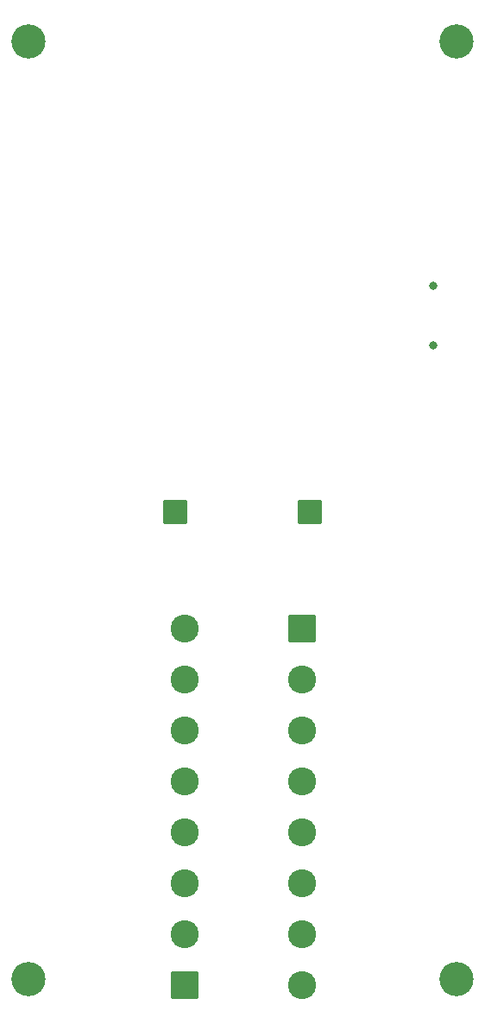
<source format=gbr>
%TF.GenerationSoftware,KiCad,Pcbnew,9.0.0*%
%TF.CreationDate,2025-06-08T22:37:43-05:00*%
%TF.ProjectId,flight-computer-one,666c6967-6874-42d6-936f-6d7075746572,rev?*%
%TF.SameCoordinates,Original*%
%TF.FileFunction,Soldermask,Bot*%
%TF.FilePolarity,Negative*%
%FSLAX46Y46*%
G04 Gerber Fmt 4.6, Leading zero omitted, Abs format (unit mm)*
G04 Created by KiCad (PCBNEW 9.0.0) date 2025-06-08 22:37:43*
%MOMM*%
%LPD*%
G01*
G04 APERTURE LIST*
G04 Aperture macros list*
%AMRoundRect*
0 Rectangle with rounded corners*
0 $1 Rounding radius*
0 $2 $3 $4 $5 $6 $7 $8 $9 X,Y pos of 4 corners*
0 Add a 4 corners polygon primitive as box body*
4,1,4,$2,$3,$4,$5,$6,$7,$8,$9,$2,$3,0*
0 Add four circle primitives for the rounded corners*
1,1,$1+$1,$2,$3*
1,1,$1+$1,$4,$5*
1,1,$1+$1,$6,$7*
1,1,$1+$1,$8,$9*
0 Add four rect primitives between the rounded corners*
20,1,$1+$1,$2,$3,$4,$5,0*
20,1,$1+$1,$4,$5,$6,$7,0*
20,1,$1+$1,$6,$7,$8,$9,0*
20,1,$1+$1,$8,$9,$2,$3,0*%
G04 Aperture macros list end*
%ADD10C,3.352400*%
%ADD11C,0.802400*%
%ADD12RoundRect,0.076200X1.100000X1.100000X-1.100000X1.100000X-1.100000X-1.100000X1.100000X-1.100000X0*%
%ADD13RoundRect,0.264654X1.111546X-1.111546X1.111546X1.111546X-1.111546X1.111546X-1.111546X-1.111546X0*%
%ADD14C,2.752400*%
%ADD15RoundRect,0.264654X-1.111546X1.111546X-1.111546X-1.111546X1.111546X-1.111546X1.111546X1.111546X0*%
G04 APERTURE END LIST*
D10*
%TO.C,H4*%
X167200000Y-135200000D03*
%TD*%
D11*
%TO.C,J3*%
X164885000Y-72990000D03*
X164885000Y-67210000D03*
%TD*%
D10*
%TO.C,H1*%
X125200000Y-43200000D03*
%TD*%
%TO.C,H3*%
X125200000Y-135200000D03*
%TD*%
%TO.C,H2*%
X167200000Y-43200000D03*
%TD*%
D12*
%TO.C,BZ1*%
X152800000Y-89400000D03*
X139600000Y-89400000D03*
%TD*%
D13*
%TO.C,J2*%
X140500000Y-135800000D03*
D14*
X140500000Y-130800000D03*
X140500000Y-125800000D03*
X140500000Y-120800000D03*
X140500000Y-115800000D03*
X140500000Y-110800000D03*
X140500000Y-105800000D03*
X140500000Y-100800000D03*
%TD*%
D15*
%TO.C,J1*%
X152000000Y-100800000D03*
D14*
X152000000Y-105800000D03*
X152000000Y-110800000D03*
X152000000Y-115800000D03*
X152000000Y-120800000D03*
X152000000Y-125800000D03*
X152000000Y-130800000D03*
X152000000Y-135800000D03*
%TD*%
M02*

</source>
